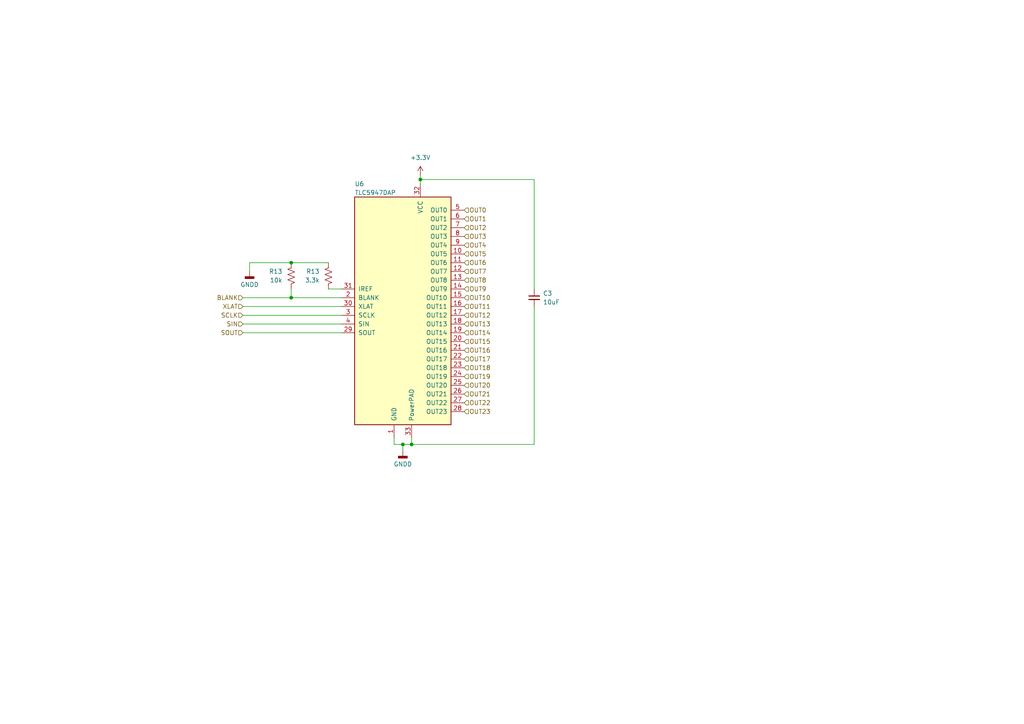
<source format=kicad_sch>
(kicad_sch (version 20230121) (generator eeschema)
  (paper "A4")
  (lib_symbols
    (symbol "Device:C_Small" (pin_numbers hide) (pin_names (offset 0.254) hide)
      (property "Reference" "C" (at 0.254 1.778 0))
      (property "Value" "C_Small" (at 0.254 -2.032 0))
      (symbol "C_Small_0_1"
        (polyline (pts (xy -1.524 -0.508) (xy 1.524 -0.508)) (stroke (width 0.3302)))
        (polyline (pts (xy -1.524 0.508) (xy 1.524 0.508)) (stroke (width 0.3048)))
      )
      (symbol "C_Small_1_1"
        (pin passive line (at 0 2.54 270) (length 2.032) (name "~") (number "1"))
        (pin passive line (at 0 -2.54 90) (length 2.032) (name "~") (number "2"))
      )
    )
    (symbol "Device:R_US" (pin_numbers hide) (pin_names (offset 0))
      (property "Reference" "R" (at 2.54 0 90))
      (property "Value" "R_US" (at -2.54 0 90))
      (symbol "R_US_0_1"
        (polyline (pts (xy 0 -2.286) (xy 0 -2.54)))
        (polyline (pts (xy 0 2.286) (xy 0 2.54)))
        (polyline (pts (xy 0 -0.762) (xy 1.016 -1.143) (xy 0 -1.524) (xy -1.016 -1.905) (xy 0 -2.286)))
        (polyline (pts (xy 0 0.762) (xy 1.016 0.381) (xy 0 0) (xy -1.016 -0.381) (xy 0 -0.762)))
        (polyline (pts (xy 0 2.286) (xy 1.016 1.905) (xy 0 1.524) (xy -1.016 1.143) (xy 0 0.762)))
      )
      (symbol "R_US_1_1"
        (pin passive line (at 0 3.81 270) (length 1.27) (name "~") (number "1"))
        (pin passive line (at 0 -3.81 90) (length 1.27) (name "~") (number "2"))
      )
    )
    (symbol "Driver_LED:TLC5947DAP" (pin_names (offset 1.016))
      (property "Reference" "U" (at -13.97 38.1 0))
      (property "Value" "TLC5947DAP" (at -13.97 35.56 0))
      (symbol "TLC5947DAP_0_1"
        (rectangle (start -13.97 34.29) (end 13.97 -31.75) (stroke (width 0.254)) (fill (type background)))
        (pin power_in line (at -2.54 -35.56 90) (length 3.81) (name "GND") (number "1"))
        (pin output line (at 17.78 17.78 180) (length 3.81) (name "OUT5") (number "10"))
        (pin output line (at 17.78 15.24 180) (length 3.81) (name "OUT6") (number "11"))
        (pin output line (at 17.78 12.7 180) (length 3.81) (name "OUT7") (number "12"))
        (pin output line (at 17.78 10.16 180) (length 3.81) (name "OUT8") (number "13"))
        (pin output line (at 17.78 7.62 180) (length 3.81) (name "OUT9") (number "14"))
        (pin output line (at 17.78 5.08 180) (length 3.81) (name "OUT10") (number "15"))
        (pin output line (at 17.78 2.54 180) (length 3.81) (name "OUT11") (number "16"))
        (pin output line (at 17.78 0 180) (length 3.81) (name "OUT12") (number "17"))
        (pin output line (at 17.78 -2.54 180) (length 3.81) (name "OUT13") (number "18"))
        (pin output line (at 17.78 -5.08 180) (length 3.81) (name "OUT14") (number "19"))
        (pin input line (at -17.78 5.08 0) (length 3.81) (name "BLANK") (number "2"))
        (pin output line (at 17.78 -7.62 180) (length 3.81) (name "OUT15") (number "20"))
        (pin output line (at 17.78 -10.16 180) (length 3.81) (name "OUT16") (number "21"))
        (pin output line (at 17.78 -12.7 180) (length 3.81) (name "OUT17") (number "22"))
        (pin output line (at 17.78 -15.24 180) (length 3.81) (name "OUT18") (number "23"))
        (pin output line (at 17.78 -17.78 180) (length 3.81) (name "OUT19") (number "24"))
        (pin output line (at 17.78 -20.32 180) (length 3.81) (name "OUT20") (number "25"))
        (pin output line (at 17.78 -22.86 180) (length 3.81) (name "OUT21") (number "26"))
        (pin output line (at 17.78 -25.4 180) (length 3.81) (name "OUT22") (number "27"))
        (pin output line (at 17.78 -27.94 180) (length 3.81) (name "OUT23") (number "28"))
        (pin output line (at -17.78 -5.08 0) (length 3.81) (name "SOUT") (number "29"))
        (pin input line (at -17.78 0 0) (length 3.81) (name "SCLK") (number "3"))
        (pin input line (at -17.78 2.54 0) (length 3.81) (name "XLAT") (number "30"))
        (pin input line (at -17.78 7.62 0) (length 3.81) (name "IREF") (number "31"))
        (pin power_in line (at 5.08 38.1 270) (length 3.81) (name "VCC") (number "32"))
        (pin power_in line (at 2.54 -35.56 90) (length 3.81) (name "PowerPAD") (number "33"))
        (pin input line (at -17.78 -2.54 0) (length 3.81) (name "SIN") (number "4"))
        (pin output line (at 17.78 30.48 180) (length 3.81) (name "OUT0") (number "5"))
        (pin output line (at 17.78 27.94 180) (length 3.81) (name "OUT1") (number "6"))
        (pin output line (at 17.78 25.4 180) (length 3.81) (name "OUT2") (number "7"))
        (pin output line (at 17.78 22.86 180) (length 3.81) (name "OUT3") (number "8"))
        (pin output line (at 17.78 20.32 180) (length 3.81) (name "OUT4") (number "9"))
      )
    )
    (symbol "power:+3.3V" (power) (pin_names (offset 0))
      (property "Value" "+3.3V" (at 0 3.556 0))
      (symbol "+3.3V_0_1"
        (polyline (pts (xy -0.762 1.27) (xy 0 2.54)))
        (polyline (pts (xy 0 0) (xy 0 2.54)))
        (polyline (pts (xy 0 2.54) (xy 0.762 1.27)))
      )
      (symbol "+3.3V_1_1"
        (pin power_in line (at 0 0 90) (length 0) hide (name "+3.3V") (number "1"))
      )
    )
    (symbol "power:GNDD" (power) (pin_names (offset 0))
      (property "Value" "GNDD" (at 0 -3.175 0))
      (symbol "GNDD_0_1"
        (rectangle (start -1.27 -1.524) (end 1.27 -2.032) (stroke (width 0.254)) (fill (type outline)))
        (polyline (pts (xy 0 0) (xy 0 -1.524)))
      )
      (symbol "GNDD_1_1"
        (pin power_in line (at 0 0 270) (length 0) hide (name "GNDD") (number "1"))
      )
    )
  )
  (junction (at 121.92 52.07))
  (junction (at 84.455 76.2))
  (junction (at 84.455 86.36))
  (junction (at 119.38 128.905))
  (junction (at 116.84 128.905))
  (wire (pts (xy 70.485 96.52) (xy 99.06 96.52)))
  (wire (pts (xy 119.38 128.905) (xy 119.38 127)))
  (wire (pts (xy 95.25 83.82) (xy 99.06 83.82)))
  (wire (pts (xy 70.485 88.9) (xy 99.06 88.9)))
  (wire (pts (xy 121.92 52.07) (xy 154.94 52.07)))
  (wire (pts (xy 70.485 93.98) (xy 99.06 93.98)))
  (wire (pts (xy 116.84 128.905) (xy 116.84 130.81)))
  (wire (pts (xy 84.455 76.2) (xy 72.39 76.2)))
  (wire (pts (xy 84.455 83.82) (xy 84.455 86.36)))
  (wire (pts (xy 114.3 128.905) (xy 116.84 128.905)))
  (wire (pts (xy 84.455 86.36) (xy 99.06 86.36)))
  (wire (pts (xy 114.3 128.905) (xy 114.3 127)))
  (wire (pts (xy 121.92 50.8) (xy 121.92 52.07)))
  (wire (pts (xy 70.485 86.36) (xy 84.455 86.36)))
  (wire (pts (xy 154.94 88.9) (xy 154.94 128.905)))
  (wire (pts (xy 154.94 52.07) (xy 154.94 83.82)))
  (wire (pts (xy 95.25 76.2) (xy 84.455 76.2)))
  (wire (pts (xy 154.94 128.905) (xy 119.38 128.905)))
  (wire (pts (xy 70.485 91.44) (xy 99.06 91.44)))
  (wire (pts (xy 121.92 52.07) (xy 121.92 53.34)))
  (wire (pts (xy 119.38 128.905) (xy 116.84 128.905)))
  (wire (pts (xy 72.39 76.2) (xy 72.39 78.74)))
  (hierarchical_label "OUT9" (shape input) (at 134.62 83.82 0))
  (hierarchical_label "OUT7" (shape input) (at 134.62 78.74 0))
  (hierarchical_label "OUT4" (shape input) (at 134.62 71.12 0))
  (hierarchical_label "OUT6" (shape input) (at 134.62 76.2 0))
  (hierarchical_label "OUT18" (shape input) (at 134.62 106.68 0))
  (hierarchical_label "OUT21" (shape input) (at 134.62 114.3 0))
  (hierarchical_label "OUT19" (shape input) (at 134.62 109.22 0))
  (hierarchical_label "OUT15" (shape input) (at 134.62 99.06 0))
  (hierarchical_label "OUT10" (shape input) (at 134.62 86.36 0))
  (hierarchical_label "OUT16" (shape input) (at 134.62 101.6 0))
  (hierarchical_label "OUT3" (shape input) (at 134.62 68.58 0))
  (hierarchical_label "OUT8" (shape input) (at 134.62 81.28 0))
  (hierarchical_label "OUT2" (shape input) (at 134.62 66.04 0))
  (hierarchical_label "SIN" (shape input) (at 70.485 93.98 180))
  (hierarchical_label "OUT14" (shape input) (at 134.62 96.52 0))
  (hierarchical_label "OUT20" (shape input) (at 134.62 111.76 0))
  (hierarchical_label "OUT0" (shape input) (at 134.62 60.96 0))
  (hierarchical_label "OUT13" (shape input) (at 134.62 93.98 0))
  (hierarchical_label "OUT12" (shape input) (at 134.62 91.44 0))
  (hierarchical_label "XLAT" (shape input) (at 70.485 88.9 180))
  (hierarchical_label "SOUT" (shape input) (at 70.485 96.52 180))
  (hierarchical_label "OUT23" (shape input) (at 134.62 119.38 0))
  (hierarchical_label "OUT17" (shape input) (at 134.62 104.14 0))
  (hierarchical_label "OUT22" (shape input) (at 134.62 116.84 0))
  (hierarchical_label "SCLK" (shape input) (at 70.485 91.44 180))
  (hierarchical_label "OUT11" (shape input) (at 134.62 88.9 0))
  (hierarchical_label "OUT1" (shape input) (at 134.62 63.5 0))
  (hierarchical_label "OUT5" (shape input) (at 134.62 73.66 0))
  (hierarchical_label "BLANK" (shape input) (at 70.485 86.36 180))
  (symbol (lib_id "power:GNDD") (at 72.39 78.74 0) (unit 1)
    (property "Reference" "#PWR063" (effects hide))
    (property "Value" "GNDD" (at 72.39 82.55 0))
    (instances (project "rgb-input" (path "" (reference "#PWR073") (unit 1))))
  )
  (symbol (lib_id "Device:R_US") (at 95.25 80.01 0) (mirror x) (unit 1)
    (property "Reference" "R13" (at 92.71 78.74 0) (effects (justify right)))
    (property "Value" "3.3k" (at 92.71 81.28 0) (effects (justify right)))
    (property "Footprint" "Resistor_SMD:R_0805_2012Metric" (effects hide))
    (instances (project "rgb-input" (path "" (reference "R13") (unit 1)) (path "" (reference "R3") (unit 1)) (path "" (reference "R5") (unit 1)) (path "" (reference "R7") (unit 1)) (path "" (reference "R9") (unit 1)) (path "" (reference "R11") (unit 1)) (path "" (reference "R19") (unit 1)) (path "" (reference "R15") (unit 1)) (path "" (reference "R1") (unit 1)) (path "" (reference "R20") (unit 1)) (path "" (reference "R21") (unit 1)) (path "" (reference "R22") (unit 1)) (path "" (reference "R23") (unit 1)) (path "" (reference "R24") (unit 1)) (path "" (reference "R25") (unit 1)) (path "" (reference "R26") (unit 1)) (path "" (reference "R48") (unit 1))))
  )
  (symbol (lib_id "power:+3.3V") (at 121.92 50.8 0) (unit 1)
    (property "Reference" "#PWR082" (effects hide))
    (property "Value" "+3.3V" (at 121.92 45.72 0))
  )
  (symbol (lib_id "Device:C_Small") (at 154.94 86.36 0) (unit 1)
    (property "Reference" "C3" (at 157.48 85.0963 0) (effects (justify left)))
    (property "Value" "10uF" (at 157.48 87.6363 0) (effects (justify left)))
    (property "Footprint" "Capacitor_SMD:C_0805_2012Metric" (effects hide))
    (instances (project "rgb-input" (path "" (reference "C3") (unit 1)) (path "" (reference "C4") (unit 1)) (path "" (reference "C5") (unit 1)) (path "" (reference "C6") (unit 1)) (path "" (reference "C7") (unit 1)) (path "" (reference "C8") (unit 1)) (path "" (reference "C9") (unit 1)) (path "" (reference "C10") (unit 1)) (path "" (reference "C26") (unit 1))))
  )
  (symbol (lib_id "power:GNDD") (at 116.84 130.81 0) (unit 1)
    (property "Reference" "#PWR054" (effects hide))
    (property "Value" "GNDD" (at 116.84 134.62 0))
    (instances (project "rgb-input" (path "" (reference "#PWR071") (unit 1))))
  )
  (symbol (lib_id "Driver_LED:TLC5947DAP") (at 116.84 91.44 0) (unit 1)
    (property "Reference" "U6" (at 102.87 53.34 0) (effects (justify left)))
    (property "Value" "TLC5947DAP" (at 102.87 55.88 0) (effects (justify left)))
    (property "Footprint" "Package_SO:HTSSOP-32-1EP_6.1x11mm_P0.65mm_EP5.2x11mm_Mask4.11x4.36mm_ThermalVias" (effects hide))
    (property "Datasheet" "http://www.ti.com/lit/ds/symlink/tlc5947.pdf" (effects hide))
    (property "Mouser" " 595-TLC5947DAPR " (effects hide))
  )
  (symbol (lib_id "Device:R_US") (at 84.455 80.01 0) (mirror x) (unit 1)
    (property "Reference" "R13" (at 81.915 78.74 0) (effects (justify right)))
    (property "Value" "10k" (at 81.915 81.28 0) (effects (justify right)))
    (property "Footprint" "Resistor_SMD:R_0805_2012Metric" (effects hide))
    (instances (project "rgb-input" (path "" (reference "R13") (unit 1)) (path "" (reference "R3") (unit 1)) (path "" (reference "R5") (unit 1)) (path "" (reference "R7") (unit 1)) (path "" (reference "R9") (unit 1)) (path "" (reference "R11") (unit 1)) (path "" (reference "R19") (unit 1)) (path "" (reference "R15") (unit 1)) (path "" (reference "R1") (unit 1)) (path "" (reference "R20") (unit 1)) (path "" (reference "R21") (unit 1)) (path "" (reference "R22") (unit 1)) (path "" (reference "R23") (unit 1)) (path "" (reference "R24") (unit 1)) (path "" (reference "R25") (unit 1)) (path "" (reference "R26") (unit 1)) (path "" (reference "R47") (unit 1))))
  )
)
</source>
